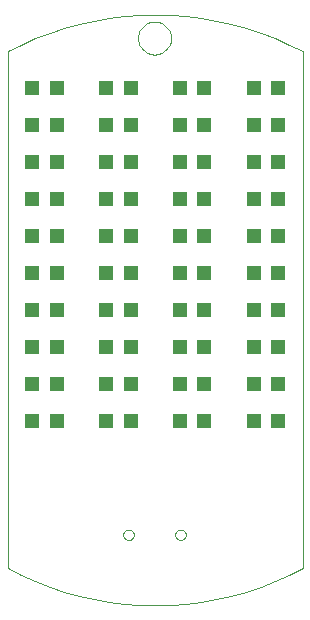
<source format=gbp>
G75*
G70*
%OFA0B0*%
%FSLAX24Y24*%
%IPPOS*%
%LPD*%
%AMOC8*
5,1,8,0,0,1.08239X$1,22.5*
%
%ADD10C,0.0010*%
%ADD11C,0.0000*%
%ADD12R,0.0472X0.0472*%
D10*
X001794Y001371D02*
X001794Y018596D01*
X001794Y001371D02*
X002251Y001141D01*
X002720Y000934D01*
X003198Y000750D01*
X003685Y000590D01*
X004179Y000453D01*
X004679Y000341D01*
X005183Y000254D01*
X005692Y000191D01*
X006203Y000154D01*
X006715Y000141D01*
X007227Y000154D01*
X007738Y000191D01*
X008247Y000254D01*
X008751Y000341D01*
X009251Y000453D01*
X009745Y000590D01*
X010232Y000750D01*
X010710Y000934D01*
X011179Y001141D01*
X011636Y001371D01*
X011637Y001371D02*
X011637Y018596D01*
X011636Y018596D02*
X011179Y018826D01*
X010710Y019033D01*
X010232Y019217D01*
X009745Y019377D01*
X009251Y019514D01*
X008751Y019626D01*
X008247Y019713D01*
X007738Y019776D01*
X007227Y019813D01*
X006715Y019826D01*
X006203Y019813D01*
X005692Y019776D01*
X005183Y019713D01*
X004679Y019626D01*
X004179Y019514D01*
X003685Y019377D01*
X003198Y019217D01*
X002720Y019033D01*
X002251Y018826D01*
X001794Y018596D01*
D11*
X006143Y019041D02*
X006145Y019088D01*
X006151Y019134D01*
X006161Y019180D01*
X006174Y019225D01*
X006192Y019268D01*
X006213Y019310D01*
X006237Y019350D01*
X006265Y019387D01*
X006296Y019422D01*
X006330Y019455D01*
X006366Y019484D01*
X006405Y019510D01*
X006446Y019533D01*
X006489Y019552D01*
X006533Y019568D01*
X006578Y019580D01*
X006624Y019588D01*
X006671Y019592D01*
X006717Y019592D01*
X006764Y019588D01*
X006810Y019580D01*
X006855Y019568D01*
X006899Y019552D01*
X006942Y019533D01*
X006983Y019510D01*
X007022Y019484D01*
X007058Y019455D01*
X007092Y019422D01*
X007123Y019387D01*
X007151Y019350D01*
X007175Y019310D01*
X007196Y019268D01*
X007214Y019225D01*
X007227Y019180D01*
X007237Y019134D01*
X007243Y019088D01*
X007245Y019041D01*
X007243Y018994D01*
X007237Y018948D01*
X007227Y018902D01*
X007214Y018857D01*
X007196Y018814D01*
X007175Y018772D01*
X007151Y018732D01*
X007123Y018695D01*
X007092Y018660D01*
X007058Y018627D01*
X007022Y018598D01*
X006983Y018572D01*
X006942Y018549D01*
X006899Y018530D01*
X006855Y018514D01*
X006810Y018502D01*
X006764Y018494D01*
X006717Y018490D01*
X006671Y018490D01*
X006624Y018494D01*
X006578Y018502D01*
X006533Y018514D01*
X006489Y018530D01*
X006446Y018549D01*
X006405Y018572D01*
X006366Y018598D01*
X006330Y018627D01*
X006296Y018660D01*
X006265Y018695D01*
X006237Y018732D01*
X006213Y018772D01*
X006192Y018814D01*
X006174Y018857D01*
X006161Y018902D01*
X006151Y018948D01*
X006145Y018994D01*
X006143Y019041D01*
X005651Y002481D02*
X005653Y002507D01*
X005659Y002533D01*
X005669Y002558D01*
X005682Y002581D01*
X005698Y002601D01*
X005718Y002619D01*
X005740Y002634D01*
X005763Y002646D01*
X005789Y002654D01*
X005815Y002658D01*
X005841Y002658D01*
X005867Y002654D01*
X005893Y002646D01*
X005917Y002634D01*
X005938Y002619D01*
X005958Y002601D01*
X005974Y002581D01*
X005987Y002558D01*
X005997Y002533D01*
X006003Y002507D01*
X006005Y002481D01*
X006003Y002455D01*
X005997Y002429D01*
X005987Y002404D01*
X005974Y002381D01*
X005958Y002361D01*
X005938Y002343D01*
X005916Y002328D01*
X005893Y002316D01*
X005867Y002308D01*
X005841Y002304D01*
X005815Y002304D01*
X005789Y002308D01*
X005763Y002316D01*
X005739Y002328D01*
X005718Y002343D01*
X005698Y002361D01*
X005682Y002381D01*
X005669Y002404D01*
X005659Y002429D01*
X005653Y002455D01*
X005651Y002481D01*
X007383Y002481D02*
X007385Y002507D01*
X007391Y002533D01*
X007401Y002558D01*
X007414Y002581D01*
X007430Y002601D01*
X007450Y002619D01*
X007472Y002634D01*
X007495Y002646D01*
X007521Y002654D01*
X007547Y002658D01*
X007573Y002658D01*
X007599Y002654D01*
X007625Y002646D01*
X007649Y002634D01*
X007670Y002619D01*
X007690Y002601D01*
X007706Y002581D01*
X007719Y002558D01*
X007729Y002533D01*
X007735Y002507D01*
X007737Y002481D01*
X007735Y002455D01*
X007729Y002429D01*
X007719Y002404D01*
X007706Y002381D01*
X007690Y002361D01*
X007670Y002343D01*
X007648Y002328D01*
X007625Y002316D01*
X007599Y002308D01*
X007573Y002304D01*
X007547Y002304D01*
X007521Y002308D01*
X007495Y002316D01*
X007471Y002328D01*
X007450Y002343D01*
X007430Y002361D01*
X007414Y002381D01*
X007401Y002404D01*
X007391Y002429D01*
X007385Y002455D01*
X007383Y002481D01*
D12*
X007532Y006293D03*
X007532Y007523D03*
X007532Y008753D03*
X007532Y009984D03*
X008359Y009984D03*
X008359Y008753D03*
X008359Y007523D03*
X008359Y006293D03*
X009993Y006293D03*
X009993Y007523D03*
X009993Y008753D03*
X009993Y009984D03*
X010820Y009984D03*
X010820Y008753D03*
X010820Y007523D03*
X010820Y006293D03*
X010820Y011214D03*
X010820Y012444D03*
X010820Y013675D03*
X010820Y014905D03*
X010820Y016135D03*
X010820Y017366D03*
X009993Y017366D03*
X009993Y016135D03*
X009993Y014905D03*
X009993Y013675D03*
X009993Y012444D03*
X009993Y011214D03*
X008359Y011214D03*
X008359Y012444D03*
X008359Y013675D03*
X008359Y014905D03*
X008359Y016135D03*
X008359Y017366D03*
X007532Y017366D03*
X007532Y016135D03*
X007532Y014905D03*
X007532Y013675D03*
X007532Y012444D03*
X007532Y011214D03*
X005898Y011214D03*
X005898Y012444D03*
X005898Y013675D03*
X005898Y014905D03*
X005898Y016135D03*
X005898Y017366D03*
X005072Y017366D03*
X005072Y016135D03*
X005072Y014905D03*
X005072Y013675D03*
X005072Y012444D03*
X005072Y011214D03*
X005072Y009984D03*
X005072Y008753D03*
X005072Y007523D03*
X005072Y006293D03*
X005898Y006293D03*
X005898Y007523D03*
X005898Y008753D03*
X005898Y009984D03*
X003438Y009984D03*
X003438Y008753D03*
X003438Y007523D03*
X003438Y006293D03*
X002611Y006293D03*
X002611Y007523D03*
X002611Y008753D03*
X002611Y009984D03*
X002611Y011214D03*
X002611Y012444D03*
X002611Y013675D03*
X002611Y014905D03*
X002611Y016135D03*
X002611Y017366D03*
X003438Y017366D03*
X003438Y016135D03*
X003438Y014905D03*
X003438Y013675D03*
X003438Y012444D03*
X003438Y011214D03*
M02*

</source>
